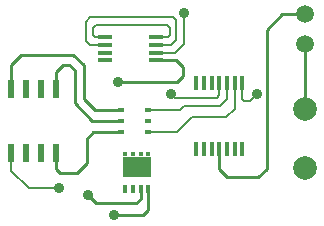
<source format=gtl>
%FSLAX34Y34*%
G04 Gerber Fmt 3.4, Leading zero omitted, Abs format*
G04 (created by PCBNEW (2014-01-25 BZR 4633)-product) date Thu 30 Jan 2014 08:02:40 PM EST*
%MOIN*%
G01*
G70*
G90*
G04 APERTURE LIST*
%ADD10C,0.005906*%
%ADD11C,0.059100*%
%ADD12C,0.078700*%
%ADD13R,0.023622X0.062992*%
%ADD14R,0.011800X0.051200*%
%ADD15R,0.050000X0.015000*%
%ADD16R,0.019685X0.015748*%
%ADD17R,0.016535X0.027559*%
%ADD18R,0.016535X0.017717*%
%ADD19R,0.093307X0.068898*%
%ADD20C,0.035000*%
%ADD21C,0.010000*%
%ADD22C,0.006000*%
G04 APERTURE END LIST*
G54D10*
G54D11*
X78900Y-42800D03*
X78900Y-43800D03*
G54D12*
X78900Y-45966D03*
X78900Y-47935D03*
G54D13*
X69111Y-45287D03*
X69111Y-47412D03*
X69603Y-45287D03*
X70096Y-45287D03*
X70588Y-45287D03*
X69603Y-47412D03*
X70096Y-47412D03*
X70588Y-47412D03*
G54D14*
X76810Y-45100D03*
X76560Y-45100D03*
X76300Y-45100D03*
X76050Y-45100D03*
X75790Y-45100D03*
X75535Y-45100D03*
X75280Y-45100D03*
X75280Y-47300D03*
X75535Y-47300D03*
X75790Y-47300D03*
X76050Y-47300D03*
X76305Y-47300D03*
X76560Y-47300D03*
X76815Y-47300D03*
G54D15*
X72250Y-43566D03*
X72250Y-43822D03*
X72250Y-44078D03*
X72250Y-44334D03*
X73950Y-44334D03*
X73950Y-44078D03*
X73950Y-43822D03*
X73950Y-43566D03*
G54D16*
X72757Y-45985D03*
X72757Y-46360D03*
X72757Y-46734D03*
X73662Y-46734D03*
X73662Y-46360D03*
X73662Y-45985D03*
G54D17*
X72916Y-48611D03*
X73172Y-48611D03*
X73427Y-48611D03*
X73683Y-48611D03*
G54D18*
X73683Y-47459D03*
X73427Y-47459D03*
X73172Y-47459D03*
X72916Y-47459D03*
G54D19*
X73300Y-47872D03*
G54D20*
X71670Y-48820D03*
X70700Y-48600D03*
X72670Y-45070D03*
X74440Y-45440D03*
X72530Y-49500D03*
X74860Y-42750D03*
X77290Y-45460D03*
G54D21*
X78900Y-42800D02*
X78140Y-42800D01*
X76050Y-47970D02*
X76050Y-47300D01*
X76310Y-48230D02*
X76050Y-47970D01*
X77340Y-48230D02*
X76310Y-48230D01*
X77630Y-47940D02*
X77340Y-48230D01*
X77630Y-43310D02*
X77630Y-47940D01*
X78140Y-42800D02*
X77630Y-43310D01*
X78900Y-45966D02*
X78900Y-43800D01*
X73427Y-48611D02*
X73427Y-48942D01*
X71670Y-48830D02*
X71670Y-48820D01*
X71930Y-49090D02*
X71670Y-48830D01*
X73280Y-49090D02*
X71930Y-49090D01*
X73427Y-48942D02*
X73280Y-49090D01*
G54D22*
X69111Y-47412D02*
X69111Y-48011D01*
X69700Y-48600D02*
X70700Y-48600D01*
X69111Y-48011D02*
X69700Y-48600D01*
G54D21*
X73950Y-44334D02*
X74594Y-44334D01*
X72690Y-45050D02*
X72670Y-45070D01*
X74620Y-45050D02*
X72690Y-45050D01*
X74830Y-44840D02*
X74620Y-45050D01*
X74830Y-44570D02*
X74830Y-44840D01*
X74594Y-44334D02*
X74830Y-44570D01*
G54D22*
X76050Y-45490D02*
X76050Y-45100D01*
X75960Y-45580D02*
X76050Y-45490D01*
X74580Y-45580D02*
X75960Y-45580D01*
X74440Y-45440D02*
X74580Y-45580D01*
G54D21*
X73683Y-48611D02*
X73683Y-49306D01*
X73490Y-49500D02*
X72530Y-49500D01*
X73683Y-49306D02*
X73490Y-49500D01*
G54D22*
X73950Y-44078D02*
X74562Y-44078D01*
X74860Y-43780D02*
X74860Y-42750D01*
X74562Y-44078D02*
X74860Y-43780D01*
X76810Y-45610D02*
X76810Y-45100D01*
X76880Y-45680D02*
X76810Y-45610D01*
X77070Y-45680D02*
X76880Y-45680D01*
X77290Y-45460D02*
X77070Y-45680D01*
G54D21*
X70588Y-47412D02*
X70588Y-47948D01*
X71835Y-46734D02*
X72757Y-46734D01*
X71620Y-46950D02*
X71835Y-46734D01*
X71620Y-47760D02*
X71620Y-46950D01*
X71290Y-48090D02*
X71620Y-47760D01*
X70730Y-48090D02*
X71290Y-48090D01*
X70588Y-47948D02*
X70730Y-48090D01*
X70588Y-45287D02*
X70588Y-44731D01*
X71810Y-46360D02*
X72757Y-46360D01*
X71220Y-45770D02*
X71810Y-46360D01*
X71220Y-44670D02*
X71220Y-45770D01*
X71030Y-44480D02*
X71220Y-44670D01*
X70840Y-44480D02*
X71030Y-44480D01*
X70588Y-44731D02*
X70840Y-44480D01*
X69111Y-45287D02*
X69111Y-44478D01*
X71895Y-45985D02*
X72757Y-45985D01*
X71520Y-45610D02*
X71895Y-45985D01*
X71520Y-44500D02*
X71520Y-45610D01*
X71180Y-44160D02*
X71520Y-44500D01*
X69430Y-44160D02*
X71180Y-44160D01*
X69111Y-44478D02*
X69430Y-44160D01*
G54D22*
X73662Y-46734D02*
X74645Y-46734D01*
X76560Y-45940D02*
X76560Y-45100D01*
X76270Y-46230D02*
X76560Y-45940D01*
X75150Y-46230D02*
X76270Y-46230D01*
X74645Y-46734D02*
X75150Y-46230D01*
X76300Y-45100D02*
X76300Y-45630D01*
X74744Y-45985D02*
X73662Y-45985D01*
X74880Y-45850D02*
X74744Y-45985D01*
X76080Y-45850D02*
X74880Y-45850D01*
X76300Y-45630D02*
X76080Y-45850D01*
X73950Y-43566D02*
X74334Y-43566D01*
X71916Y-43566D02*
X72250Y-43566D01*
X71850Y-43500D02*
X71916Y-43566D01*
X71850Y-43250D02*
X71850Y-43500D01*
X71950Y-43150D02*
X71850Y-43250D01*
X74300Y-43150D02*
X71950Y-43150D01*
X74400Y-43250D02*
X74300Y-43150D01*
X74400Y-43500D02*
X74400Y-43250D01*
X74334Y-43566D02*
X74400Y-43500D01*
X73950Y-43822D02*
X74428Y-43822D01*
X71722Y-43822D02*
X72250Y-43822D01*
X71600Y-43700D02*
X71722Y-43822D01*
X71600Y-43050D02*
X71600Y-43700D01*
X71750Y-42900D02*
X71600Y-43050D01*
X74500Y-42900D02*
X71750Y-42900D01*
X74600Y-43000D02*
X74500Y-42900D01*
X74600Y-43650D02*
X74600Y-43000D01*
X74428Y-43822D02*
X74600Y-43650D01*
M02*

</source>
